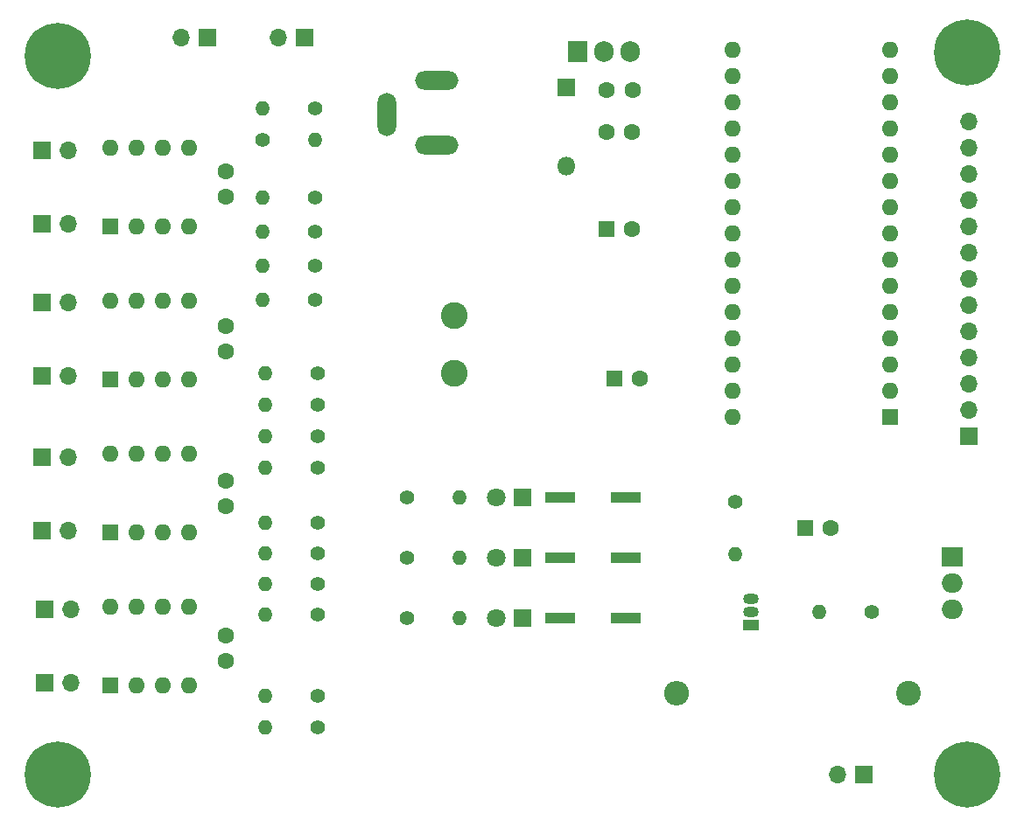
<source format=gbr>
G04 #@! TF.GenerationSoftware,KiCad,Pcbnew,(5.1.9)-1*
G04 #@! TF.CreationDate,2021-03-29T19:03:04-07:00*
G04 #@! TF.ProjectId,thermistor_calibrator,74686572-6d69-4737-946f-725f63616c69,rev?*
G04 #@! TF.SameCoordinates,Original*
G04 #@! TF.FileFunction,Soldermask,Top*
G04 #@! TF.FilePolarity,Negative*
%FSLAX46Y46*%
G04 Gerber Fmt 4.6, Leading zero omitted, Abs format (unit mm)*
G04 Created by KiCad (PCBNEW (5.1.9)-1) date 2021-03-29 19:03:04*
%MOMM*%
%LPD*%
G01*
G04 APERTURE LIST*
%ADD10O,4.200000X1.800000*%
%ADD11O,1.800000X4.200000*%
%ADD12O,1.700000X1.700000*%
%ADD13R,1.700000X1.700000*%
%ADD14C,1.600000*%
%ADD15R,3.000000X1.000000*%
%ADD16O,1.600000X1.600000*%
%ADD17R,1.600000X1.600000*%
%ADD18O,1.905000X2.000000*%
%ADD19R,1.905000X2.000000*%
%ADD20O,1.400000X1.400000*%
%ADD21C,1.400000*%
%ADD22O,2.400000X2.400000*%
%ADD23C,2.400000*%
%ADD24O,2.000000X1.905000*%
%ADD25R,2.000000X1.905000*%
%ADD26R,1.500000X1.050000*%
%ADD27O,1.500000X1.050000*%
%ADD28C,2.600000*%
%ADD29C,0.800000*%
%ADD30C,6.400000*%
%ADD31C,1.800000*%
%ADD32R,1.800000X1.800000*%
%ADD33O,1.800000X1.800000*%
G04 APERTURE END LIST*
D10*
G04 #@! TO.C,J1*
X92583000Y-43307000D03*
X92583000Y-49557000D03*
D11*
X87783000Y-46557000D03*
G04 #@! TD*
D12*
G04 #@! TO.C,J10*
X57150000Y-101600000D03*
D13*
X54610000Y-101600000D03*
G04 #@! TD*
D12*
G04 #@! TO.C,J9*
X56896000Y-86868000D03*
D13*
X54356000Y-86868000D03*
G04 #@! TD*
D12*
G04 #@! TO.C,J8*
X57150000Y-94488000D03*
D13*
X54610000Y-94488000D03*
G04 #@! TD*
D12*
G04 #@! TO.C,J7*
X56896000Y-79756000D03*
D13*
X54356000Y-79756000D03*
G04 #@! TD*
D12*
G04 #@! TO.C,J6*
X56896000Y-71882000D03*
D13*
X54356000Y-71882000D03*
G04 #@! TD*
D12*
G04 #@! TO.C,J5*
X56896000Y-57150000D03*
D13*
X54356000Y-57150000D03*
G04 #@! TD*
D12*
G04 #@! TO.C,J4*
X131318000Y-110515000D03*
D13*
X133858000Y-110515000D03*
G04 #@! TD*
D12*
G04 #@! TO.C,J3*
X56896000Y-64770000D03*
D13*
X54356000Y-64770000D03*
G04 #@! TD*
D12*
G04 #@! TO.C,J2*
X56896000Y-50038000D03*
D13*
X54356000Y-50038000D03*
G04 #@! TD*
D14*
G04 #@! TO.C,C9*
X72136000Y-99528000D03*
X72136000Y-97028000D03*
G04 #@! TD*
G04 #@! TO.C,C8*
X72136000Y-84542000D03*
X72136000Y-82042000D03*
G04 #@! TD*
G04 #@! TO.C,C7*
X72136000Y-69556000D03*
X72136000Y-67056000D03*
G04 #@! TD*
G04 #@! TO.C,C6*
X72136000Y-54570000D03*
X72136000Y-52070000D03*
G04 #@! TD*
D15*
G04 #@! TO.C,SW3*
X104521000Y-95377000D03*
X110871000Y-95377000D03*
G04 #@! TD*
G04 #@! TO.C,SW2*
X104521000Y-89535000D03*
X110871000Y-89535000D03*
G04 #@! TD*
G04 #@! TO.C,SW1*
X104521000Y-83693000D03*
X110871000Y-83693000D03*
G04 #@! TD*
D16*
G04 #@! TO.C,U5*
X60960000Y-94234000D03*
X68580000Y-101854000D03*
X63500000Y-94234000D03*
X66040000Y-101854000D03*
X66040000Y-94234000D03*
X63500000Y-101854000D03*
X68580000Y-94234000D03*
D17*
X60960000Y-101854000D03*
G04 #@! TD*
D16*
G04 #@! TO.C,U4*
X60960000Y-79417332D03*
X68580000Y-87037332D03*
X63500000Y-79417332D03*
X66040000Y-87037332D03*
X66040000Y-79417332D03*
X63500000Y-87037332D03*
X68580000Y-79417332D03*
D17*
X60960000Y-87037332D03*
G04 #@! TD*
D16*
G04 #@! TO.C,U3*
X60960000Y-64600666D03*
X68580000Y-72220666D03*
X63500000Y-64600666D03*
X66040000Y-72220666D03*
X66040000Y-64600666D03*
X63500000Y-72220666D03*
X68580000Y-64600666D03*
D17*
X60960000Y-72220666D03*
G04 #@! TD*
D16*
G04 #@! TO.C,U2*
X60960000Y-49784000D03*
X68580000Y-57404000D03*
X63500000Y-49784000D03*
X66040000Y-57404000D03*
X66040000Y-49784000D03*
X63500000Y-57404000D03*
X68580000Y-49784000D03*
D17*
X60960000Y-57404000D03*
G04 #@! TD*
D18*
G04 #@! TO.C,U1*
X111252000Y-40488000D03*
X108712000Y-40488000D03*
D19*
X106172000Y-40488000D03*
G04 #@! TD*
D20*
G04 #@! TO.C,R22*
X94742000Y-95377000D03*
D21*
X89662000Y-95377000D03*
G04 #@! TD*
D20*
G04 #@! TO.C,R21*
X94742000Y-89535000D03*
D21*
X89662000Y-89535000D03*
G04 #@! TD*
D20*
G04 #@! TO.C,R20*
X75946000Y-92032666D03*
D21*
X81026000Y-92032666D03*
G04 #@! TD*
D20*
G04 #@! TO.C,R19*
X75946000Y-77724000D03*
D21*
X81026000Y-77724000D03*
G04 #@! TD*
D20*
G04 #@! TO.C,R18*
X94742000Y-83693000D03*
D21*
X89662000Y-83693000D03*
G04 #@! TD*
D20*
G04 #@! TO.C,R17*
X75946000Y-94996000D03*
D21*
X81026000Y-94996000D03*
G04 #@! TD*
D20*
G04 #@! TO.C,R16*
X75946000Y-80772000D03*
D21*
X81026000Y-80772000D03*
G04 #@! TD*
D20*
G04 #@! TO.C,R15*
X75946000Y-105918000D03*
D21*
X81026000Y-105918000D03*
G04 #@! TD*
D20*
G04 #@! TO.C,R14*
X75946000Y-89069333D03*
D21*
X81026000Y-89069333D03*
G04 #@! TD*
D20*
G04 #@! TO.C,R13*
X75946000Y-102870000D03*
D21*
X81026000Y-102870000D03*
G04 #@! TD*
D20*
G04 #@! TO.C,R12*
X75946000Y-86106000D03*
D21*
X81026000Y-86106000D03*
G04 #@! TD*
D22*
G04 #@! TO.C,R11*
X115776000Y-102616000D03*
D23*
X138176000Y-102616000D03*
G04 #@! TD*
D20*
G04 #@! TO.C,R10*
X129540000Y-94742000D03*
D21*
X134620000Y-94742000D03*
G04 #@! TD*
D20*
G04 #@! TO.C,R9*
X75692000Y-61214000D03*
D21*
X80772000Y-61214000D03*
G04 #@! TD*
D20*
G04 #@! TO.C,R8*
X75692000Y-45974000D03*
D21*
X80772000Y-45974000D03*
G04 #@! TD*
D20*
G04 #@! TO.C,R7*
X121412000Y-89154000D03*
D21*
X121412000Y-84074000D03*
G04 #@! TD*
D20*
G04 #@! TO.C,R6*
X75692000Y-64516000D03*
D21*
X80772000Y-64516000D03*
G04 #@! TD*
D20*
G04 #@! TO.C,R5*
X80772000Y-49022000D03*
D21*
X75692000Y-49022000D03*
G04 #@! TD*
D20*
G04 #@! TO.C,R4*
X75946000Y-74676000D03*
D21*
X81026000Y-74676000D03*
G04 #@! TD*
D20*
G04 #@! TO.C,R3*
X75692000Y-57912000D03*
D21*
X80772000Y-57912000D03*
G04 #@! TD*
D20*
G04 #@! TO.C,R2*
X75946000Y-71628000D03*
D21*
X81026000Y-71628000D03*
G04 #@! TD*
D20*
G04 #@! TO.C,R1*
X75692000Y-54610000D03*
D21*
X80772000Y-54610000D03*
G04 #@! TD*
D24*
G04 #@! TO.C,Q2*
X142418000Y-94488000D03*
X142418000Y-91948000D03*
D25*
X142418000Y-89408000D03*
G04 #@! TD*
D26*
G04 #@! TO.C,Q1*
X122936000Y-96012000D03*
D27*
X122936000Y-93472000D03*
X122936000Y-94742000D03*
G04 #@! TD*
D28*
G04 #@! TO.C,L1*
X94234000Y-71628000D03*
X94234000Y-66028000D03*
G04 #@! TD*
D12*
G04 #@! TO.C,J13*
X77216000Y-39116000D03*
D13*
X79756000Y-39116000D03*
G04 #@! TD*
D12*
G04 #@! TO.C,J12*
X144018000Y-47244000D03*
X144018000Y-49784000D03*
X144018000Y-52324000D03*
X144018000Y-54864000D03*
X144018000Y-57404000D03*
X144018000Y-59944000D03*
X144018000Y-62484000D03*
X144018000Y-65024000D03*
X144018000Y-67564000D03*
X144018000Y-70104000D03*
X144018000Y-72644000D03*
X144018000Y-75184000D03*
D13*
X144018000Y-77724000D03*
G04 #@! TD*
D12*
G04 #@! TO.C,J11*
X67818000Y-39116000D03*
D13*
X70358000Y-39116000D03*
G04 #@! TD*
D29*
G04 #@! TO.C,H4*
X145542000Y-108792944D03*
X143844944Y-108090000D03*
X142147888Y-108792944D03*
X141444944Y-110490000D03*
X142147888Y-112187056D03*
X143844944Y-112890000D03*
X145542000Y-112187056D03*
X146244944Y-110490000D03*
D30*
X143844944Y-110490000D03*
G04 #@! TD*
D29*
G04 #@! TO.C,H3*
X57577056Y-108792944D03*
X55880000Y-108090000D03*
X54182944Y-108792944D03*
X53480000Y-110490000D03*
X54182944Y-112187056D03*
X55880000Y-112890000D03*
X57577056Y-112187056D03*
X58280000Y-110490000D03*
D30*
X55880000Y-110490000D03*
G04 #@! TD*
D29*
G04 #@! TO.C,H2*
X145542000Y-38921943D03*
X143844944Y-38218999D03*
X142147888Y-38921943D03*
X141444944Y-40618999D03*
X142147888Y-42316055D03*
X143844944Y-43018999D03*
X145542000Y-42316055D03*
X146244944Y-40618999D03*
D30*
X143844944Y-40618999D03*
G04 #@! TD*
D29*
G04 #@! TO.C,H1*
X57577056Y-39196944D03*
X55880000Y-38494000D03*
X54182944Y-39196944D03*
X53480000Y-40894000D03*
X54182944Y-42591056D03*
X55880000Y-43294000D03*
X57577056Y-42591056D03*
X58280000Y-40894000D03*
D30*
X55880000Y-40894000D03*
G04 #@! TD*
D31*
G04 #@! TO.C,D4*
X98298000Y-95377000D03*
D32*
X100838000Y-95377000D03*
G04 #@! TD*
D31*
G04 #@! TO.C,D3*
X98298000Y-89535000D03*
D32*
X100838000Y-89535000D03*
G04 #@! TD*
D31*
G04 #@! TO.C,D2*
X98298000Y-83693000D03*
D32*
X100838000Y-83693000D03*
G04 #@! TD*
D33*
G04 #@! TO.C,D1*
X105062000Y-51562000D03*
D32*
X105062000Y-43942000D03*
G04 #@! TD*
D14*
G04 #@! TO.C,C5*
X130676698Y-86614000D03*
D17*
X128176698Y-86614000D03*
G04 #@! TD*
D14*
G04 #@! TO.C,C4*
X112228000Y-72136000D03*
D17*
X109728000Y-72136000D03*
G04 #@! TD*
D14*
G04 #@! TO.C,C3*
X109006000Y-44196000D03*
X111506000Y-44196000D03*
G04 #@! TD*
G04 #@! TO.C,C2*
X111466000Y-48260000D03*
X108966000Y-48260000D03*
G04 #@! TD*
G04 #@! TO.C,C1*
X111466000Y-57658000D03*
D17*
X108966000Y-57658000D03*
G04 #@! TD*
D16*
G04 #@! TO.C,A1*
X121158000Y-40288000D03*
X136398000Y-40288000D03*
X121158000Y-75848000D03*
X136398000Y-42828000D03*
X121158000Y-73308000D03*
X136398000Y-45368000D03*
X121158000Y-70768000D03*
X136398000Y-47908000D03*
X121158000Y-68228000D03*
X136398000Y-50448000D03*
X121158000Y-65688000D03*
X136398000Y-52988000D03*
X121158000Y-63148000D03*
X136398000Y-55528000D03*
X121158000Y-60608000D03*
X136398000Y-58068000D03*
X121158000Y-58068000D03*
X136398000Y-60608000D03*
X121158000Y-55528000D03*
X136398000Y-63148000D03*
X121158000Y-52988000D03*
X136398000Y-65688000D03*
X121158000Y-50448000D03*
X136398000Y-68228000D03*
X121158000Y-47908000D03*
X136398000Y-70768000D03*
X121158000Y-45368000D03*
X136398000Y-73308000D03*
X121158000Y-42828000D03*
D17*
X136398000Y-75848000D03*
G04 #@! TD*
M02*

</source>
